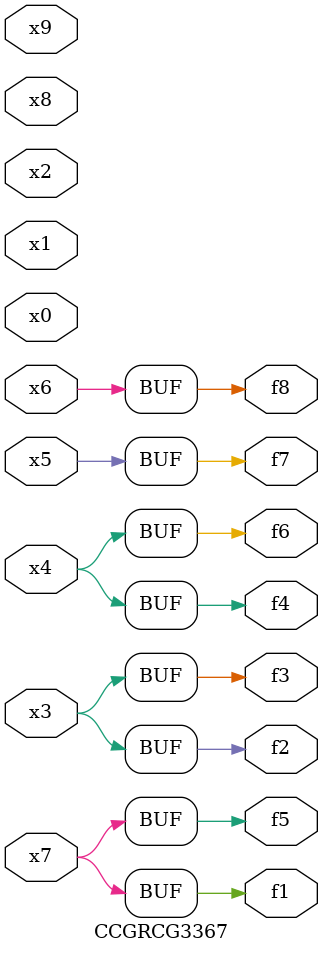
<source format=v>
module CCGRCG3367(
	input x0, x1, x2, x3, x4, x5, x6, x7, x8, x9,
	output f1, f2, f3, f4, f5, f6, f7, f8
);
	assign f1 = x7;
	assign f2 = x3;
	assign f3 = x3;
	assign f4 = x4;
	assign f5 = x7;
	assign f6 = x4;
	assign f7 = x5;
	assign f8 = x6;
endmodule

</source>
